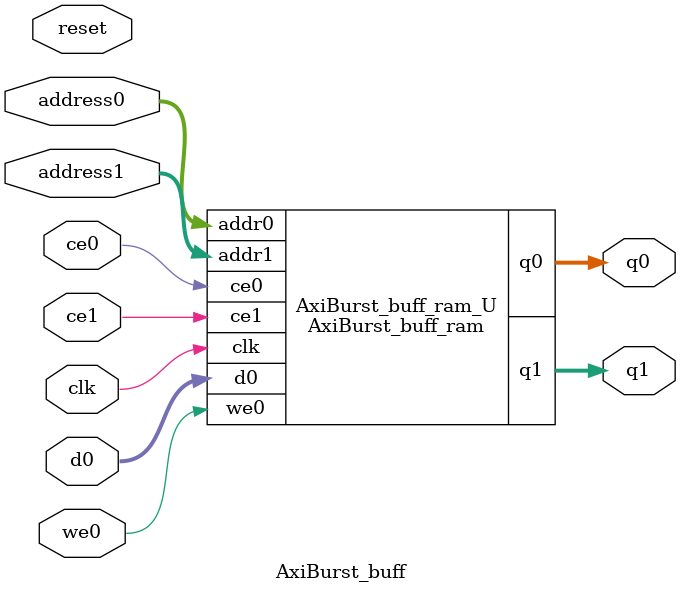
<source format=v>
`timescale 1 ns / 1 ps
module AxiBurst_buff_ram (addr0, ce0, d0, we0, q0, addr1, ce1, q1,  clk);

parameter DWIDTH = 32;
parameter AWIDTH = 7;
parameter MEM_SIZE = 100;

input[AWIDTH-1:0] addr0;
input ce0;
input[DWIDTH-1:0] d0;
input we0;
output reg[DWIDTH-1:0] q0;
input[AWIDTH-1:0] addr1;
input ce1;
output reg[DWIDTH-1:0] q1;
input clk;

(* ram_style = "block" *)reg [DWIDTH-1:0] ram[0:MEM_SIZE-1];




always @(posedge clk)  
begin 
    if (ce0) begin
        if (we0) 
            ram[addr0] <= d0; 
        q0 <= ram[addr0];
    end
end


always @(posedge clk)  
begin 
    if (ce1) begin
        q1 <= ram[addr1];
    end
end


endmodule

`timescale 1 ns / 1 ps
module AxiBurst_buff(
    reset,
    clk,
    address0,
    ce0,
    we0,
    d0,
    q0,
    address1,
    ce1,
    q1);

parameter DataWidth = 32'd32;
parameter AddressRange = 32'd100;
parameter AddressWidth = 32'd7;
input reset;
input clk;
input[AddressWidth - 1:0] address0;
input ce0;
input we0;
input[DataWidth - 1:0] d0;
output[DataWidth - 1:0] q0;
input[AddressWidth - 1:0] address1;
input ce1;
output[DataWidth - 1:0] q1;



AxiBurst_buff_ram AxiBurst_buff_ram_U(
    .clk( clk ),
    .addr0( address0 ),
    .ce0( ce0 ),
    .we0( we0 ),
    .d0( d0 ),
    .q0( q0 ),
    .addr1( address1 ),
    .ce1( ce1 ),
    .q1( q1 ));

endmodule


</source>
